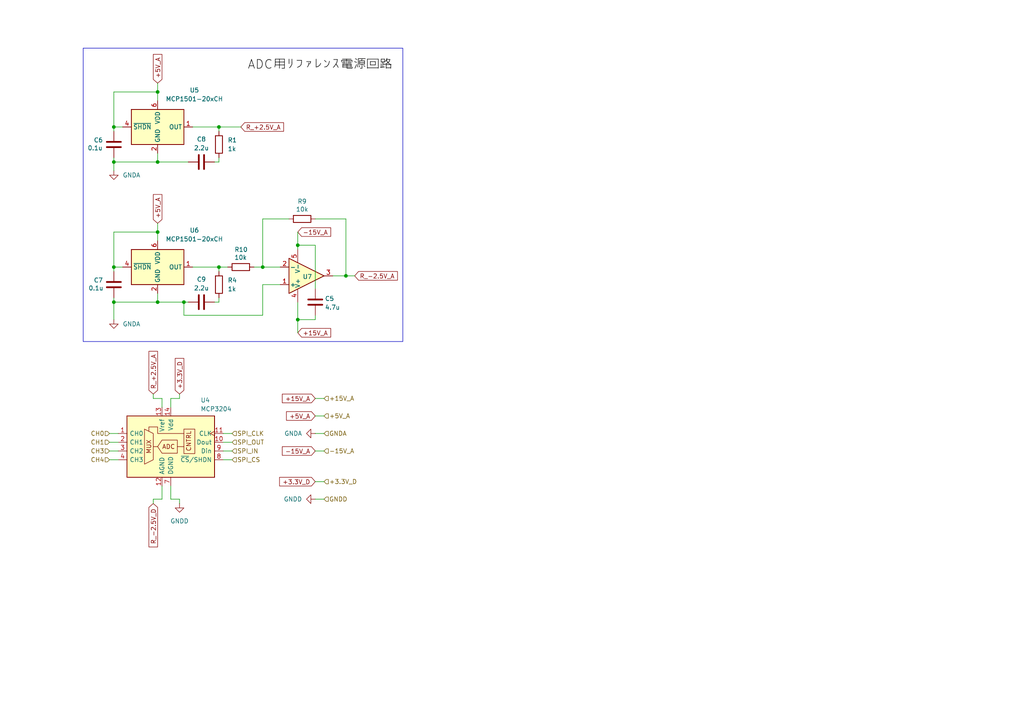
<source format=kicad_sch>
(kicad_sch (version 20231120) (generator "eeschema") (generator_version "8.0")
  (paper "A4")
  (lib_symbols
    (symbol "Analog_ADC:MCP3204" (pin_names (offset 0.762))
      (property "Reference" "U" (at -5.08 10.795 0))
      (property "Value" "MCP3204" (at -5.08 8.89 0))
      (symbol "MCP3204_0_0"
        (text "ADC" (at -0.635 -1.27 0) (effects (font (size 1.27 1.27))))
        (text "CNTRL" (at 5.969 -2.667 900) (effects (font (size 1.27 1.27)) (justify left bottom)))
        (text "MUX" (at -6.35 -1.27 900) (effects (font (size 1.27 1.27))))
      )
      (symbol "MCP3204_0_1"
        (polyline (pts (xy -5.08 -1.27) (xy -3.81 -1.27)))
        (polyline (pts (xy 1.905 -1.27) (xy 3.81 -1.27)))
        (polyline (pts (xy -7.62 3.81) (xy -7.62 -6.35) (xy -5.08 -5.08) (xy -5.08 2.54) (xy -7.62 3.81)))
        (polyline (pts (xy 3.81 2.54) (xy -3.81 2.54) (xy -3.81 4.445) (xy -6.35 4.445) (xy -6.35 3.175)))
        (polyline (pts (xy -3.81 -1.27) (xy -2.54 0.635) (xy 1.905 0.635) (xy 1.905 -3.175) (xy -2.54 -3.175) (xy -3.81 -1.27)))
        (rectangle (start 3.81 -3.302) (end 6.985 3.81))
        (rectangle (start 12.7 7.62) (end -12.7 -10.16) (stroke (width 0.254)) (fill (type background)))
      )
      (symbol "MCP3204_1_1"
        (pin input line (at -15.24 2.54 0) (length 2.54) (name "CH0") (number "1"))
        (pin output line (at 15.24 0 180) (length 2.54) (name "Dout") (number "10"))
        (pin input clock (at 15.24 2.54 180) (length 2.54) (name "CLK") (number "11"))
        (pin power_in line (at -2.54 -12.7 90) (length 2.54) (name "AGND") (number "12"))
        (pin power_in line (at -2.54 10.16 270) (length 2.54) (name "Vref") (number "13"))
        (pin power_in line (at 0 10.16 270) (length 2.54) (name "Vdd") (number "14"))
        (pin input line (at -15.24 0 0) (length 2.54) (name "CH1") (number "2"))
        (pin input line (at -15.24 -2.54 0) (length 2.54) (name "CH2") (number "3"))
        (pin input line (at -15.24 -5.08 0) (length 2.54) (name "CH3") (number "4"))
        (pin no_connect line (at -10.16 -10.16 90) (length 2.54) hide (name "NC") (number "5"))
        (pin no_connect line (at -7.62 -10.16 90) (length 2.54) hide (name "NC") (number "6"))
        (pin power_in line (at 0 -12.7 90) (length 2.54) (name "DGND") (number "7"))
        (pin input line (at 15.24 -5.08 180) (length 2.54) (name "~{CS}/SHDN") (number "8"))
        (pin input line (at 15.24 -2.54 180) (length 2.54) (name "Din") (number "9"))
      )
    )
    (symbol "Device:C" (pin_numbers hide) (pin_names (offset 0.254))
      (property "Reference" "C" (at 0.635 2.54 0))
      (property "Value" "C" (at 0.635 -2.54 0))
      (symbol "C_0_1"
        (polyline (pts (xy -2.032 -0.762) (xy 2.032 -0.762)) (stroke (width 0.508)))
        (polyline (pts (xy -2.032 0.762) (xy 2.032 0.762)) (stroke (width 0.508)))
      )
      (symbol "C_1_1"
        (pin passive line (at 0 3.81 270) (length 2.794) (name "~") (number "1"))
        (pin passive line (at 0 -3.81 90) (length 2.794) (name "~") (number "2"))
      )
    )
    (symbol "Device:R" (pin_numbers hide) (pin_names (offset 0))
      (property "Reference" "R" (at 2.032 0 90))
      (property "Value" "R" (at 0 0 90))
      (symbol "R_0_1"
        (rectangle (start -1.016 -2.54) (end 1.016 2.54) (stroke (width 0.254)))
      )
      (symbol "R_1_1"
        (pin passive line (at 0 3.81 270) (length 1.27) (name "~") (number "1"))
        (pin passive line (at 0 -3.81 90) (length 1.27) (name "~") (number "2"))
      )
    )
    (symbol "Reference_Voltage:MCP1501-20xCH"
      (property "Reference" "U" (at -6.35 6.35 0))
      (property "Value" "MCP1501-20xCH" (at 10.16 6.35 0))
      (symbol "MCP1501-20xCH_0_0"
        (pin power_out line (at 10.16 0 180) (length 2.54) (name "OUT") (number "1"))
        (pin power_in line (at 0 -7.62 90) (length 2.54) (name "GND") (number "2"))
        (pin passive line (at 0 -7.62 90) (length 2.54) hide (name "GND") (number "3"))
        (pin input line (at -10.16 0 0) (length 2.54) (name "~{SHDN}") (number "4"))
        (pin passive line (at 0 -7.62 90) (length 2.54) hide (name "GND") (number "5"))
        (pin power_in line (at 0 7.62 270) (length 2.54) (name "VDD") (number "6"))
      )
      (symbol "MCP1501-20xCH_0_1"
        (rectangle (start -7.62 5.08) (end 7.62 -5.08) (stroke (width 0.254)) (fill (type background)))
      )
    )
    (symbol "Simulation_SPICE:OPAMP" (pin_names (offset 0.254))
      (property "Reference" "U" (at 3.81 3.175 0))
      (property "Value" "${SIM.PARAMS}" (at 3.81 -3.175 0))
      (symbol "OPAMP_0_1"
        (polyline (pts (xy 5.08 0) (xy -5.08 5.08) (xy -5.08 -5.08) (xy 5.08 0)) (stroke (width 0.254)) (fill (type background)))
      )
      (symbol "OPAMP_1_1"
        (pin input line (at -7.62 2.54 0) (length 2.54) (name "+") (number "1"))
        (pin input line (at -7.62 -2.54 0) (length 2.54) (name "-") (number "2"))
        (pin output line (at 7.62 0 180) (length 2.54) (name "~") (number "3"))
        (pin power_in line (at -2.54 7.62 270) (length 3.81) (name "V+") (number "4"))
        (pin power_in line (at -2.54 -7.62 90) (length 3.81) (name "V-") (number "5"))
      )
    )
    (symbol "power:GND" (power) (pin_numbers hide) (pin_names (offset 0) hide)
      (property "Value" "GND" (at 0 -3.81 0))
      (symbol "GND_0_1"
        (polyline (pts (xy 0 0) (xy 0 -1.27) (xy 1.27 -1.27) (xy 0 -2.54) (xy -1.27 -1.27) (xy 0 -1.27)))
      )
      (symbol "GND_1_1"
        (pin power_in line (at 0 0 270) (length 0) (name "~") (number "1"))
      )
    )
    (symbol "power:GNDA" (power) (pin_numbers hide) (pin_names (offset 0) hide)
      (property "Value" "GNDA" (at 0 -3.81 0))
      (symbol "GNDA_0_1"
        (polyline (pts (xy 0 0) (xy 0 -1.27) (xy 1.27 -1.27) (xy 0 -2.54) (xy -1.27 -1.27) (xy 0 -1.27)))
      )
      (symbol "GNDA_1_1"
        (pin power_in line (at 0 0 270) (length 0) (name "~") (number "1"))
      )
    )
  )
  (junction (at 86.36 71.12))
  (junction (at 45.72 26.67))
  (junction (at 33.02 87.63))
  (junction (at 76.2 77.47))
  (junction (at 45.72 87.63))
  (junction (at 63.5 77.47))
  (junction (at 33.02 77.47))
  (junction (at 86.36 92.71))
  (junction (at 100.33 80.01))
  (junction (at 33.02 36.83))
  (junction (at 45.72 67.31))
  (junction (at 63.5 36.83))
  (junction (at 45.72 46.99))
  (junction (at 53.34 87.63))
  (junction (at 33.02 46.99))
  (wire (pts (xy 93.98 130.81) (xy 91.44 130.81)))
  (wire (pts (xy 33.02 67.31) (xy 33.02 77.47)))
  (wire (pts (xy 49.53 140.97) (xy 49.53 144.78)))
  (wire (pts (xy 100.33 63.5) (xy 100.33 80.01)))
  (wire (pts (xy 49.53 115.57) (xy 52.07 115.57)))
  (wire (pts (xy 91.44 91.44) (xy 91.44 92.71)))
  (wire (pts (xy 55.88 77.47) (xy 63.5 77.47)))
  (wire (pts (xy 55.88 36.83) (xy 63.5 36.83)))
  (wire (pts (xy 49.53 144.78) (xy 52.07 144.78)))
  (wire (pts (xy 76.2 63.5) (xy 83.82 63.5)))
  (wire (pts (xy 31.75 128.27) (xy 34.29 128.27)))
  (wire (pts (xy 63.5 46.99) (xy 63.5 45.72)))
  (wire (pts (xy 52.07 144.78) (xy 52.07 146.05)))
  (wire (pts (xy 53.34 87.63) (xy 54.61 87.63)))
  (wire (pts (xy 63.5 36.83) (xy 69.85 36.83)))
  (wire (pts (xy 33.02 77.47) (xy 35.56 77.47)))
  (wire (pts (xy 44.45 144.78) (xy 44.45 146.05)))
  (wire (pts (xy 91.44 71.12) (xy 91.44 83.82)))
  (wire (pts (xy 33.02 87.63) (xy 45.72 87.63)))
  (wire (pts (xy 52.07 114.3) (xy 52.07 115.57)))
  (wire (pts (xy 46.99 140.97) (xy 46.99 144.78)))
  (wire (pts (xy 33.02 87.63) (xy 33.02 92.71)))
  (wire (pts (xy 62.23 46.99) (xy 63.5 46.99)))
  (wire (pts (xy 45.72 24.13) (xy 45.72 26.67)))
  (wire (pts (xy 63.5 78.74) (xy 63.5 77.47)))
  (wire (pts (xy 86.36 71.12) (xy 86.36 72.39)))
  (wire (pts (xy 93.98 115.57) (xy 91.44 115.57)))
  (wire (pts (xy 45.72 87.63) (xy 53.34 87.63)))
  (wire (pts (xy 73.66 77.47) (xy 76.2 77.47)))
  (wire (pts (xy 49.53 118.11) (xy 49.53 115.57)))
  (wire (pts (xy 44.45 115.57) (xy 46.99 115.57)))
  (wire (pts (xy 45.72 26.67) (xy 45.72 29.21)))
  (wire (pts (xy 53.34 91.44) (xy 76.2 91.44)))
  (wire (pts (xy 33.02 86.36) (xy 33.02 87.63)))
  (wire (pts (xy 31.75 130.81) (xy 34.29 130.81)))
  (wire (pts (xy 100.33 80.01) (xy 102.87 80.01)))
  (wire (pts (xy 91.44 63.5) (xy 100.33 63.5)))
  (wire (pts (xy 63.5 77.47) (xy 66.04 77.47)))
  (wire (pts (xy 100.33 80.01) (xy 96.52 80.01)))
  (wire (pts (xy 46.99 144.78) (xy 44.45 144.78)))
  (wire (pts (xy 33.02 46.99) (xy 33.02 49.53)))
  (wire (pts (xy 33.02 26.67) (xy 33.02 36.83)))
  (wire (pts (xy 33.02 36.83) (xy 33.02 38.1)))
  (wire (pts (xy 31.75 133.35) (xy 34.29 133.35)))
  (wire (pts (xy 63.5 38.1) (xy 63.5 36.83)))
  (wire (pts (xy 45.72 67.31) (xy 33.02 67.31)))
  (wire (pts (xy 86.36 71.12) (xy 91.44 71.12)))
  (wire (pts (xy 93.98 125.73) (xy 91.44 125.73)))
  (wire (pts (xy 67.31 130.81) (xy 64.77 130.81)))
  (wire (pts (xy 76.2 82.55) (xy 76.2 91.44)))
  (wire (pts (xy 45.72 64.77) (xy 45.72 67.31)))
  (wire (pts (xy 93.98 120.65) (xy 91.44 120.65)))
  (wire (pts (xy 45.72 85.09) (xy 45.72 87.63)))
  (wire (pts (xy 86.36 92.71) (xy 91.44 92.71)))
  (wire (pts (xy 93.98 144.78) (xy 91.44 144.78)))
  (wire (pts (xy 86.36 67.31) (xy 86.36 71.12)))
  (wire (pts (xy 33.02 46.99) (xy 45.72 46.99)))
  (wire (pts (xy 86.36 92.71) (xy 86.36 87.63)))
  (wire (pts (xy 44.45 114.3) (xy 44.45 115.57)))
  (wire (pts (xy 67.31 125.73) (xy 64.77 125.73)))
  (wire (pts (xy 76.2 77.47) (xy 76.2 63.5)))
  (wire (pts (xy 45.72 46.99) (xy 54.61 46.99)))
  (wire (pts (xy 45.72 67.31) (xy 45.72 69.85)))
  (wire (pts (xy 86.36 96.52) (xy 86.36 92.71)))
  (wire (pts (xy 33.02 45.72) (xy 33.02 46.99)))
  (wire (pts (xy 67.31 133.35) (xy 64.77 133.35)))
  (wire (pts (xy 31.75 125.73) (xy 34.29 125.73)))
  (wire (pts (xy 62.23 87.63) (xy 63.5 87.63)))
  (wire (pts (xy 53.34 87.63) (xy 53.34 91.44)))
  (wire (pts (xy 45.72 26.67) (xy 33.02 26.67)))
  (wire (pts (xy 93.98 139.7) (xy 91.44 139.7)))
  (wire (pts (xy 81.28 77.47) (xy 76.2 77.47)))
  (wire (pts (xy 46.99 115.57) (xy 46.99 118.11)))
  (wire (pts (xy 33.02 36.83) (xy 35.56 36.83)))
  (wire (pts (xy 45.72 44.45) (xy 45.72 46.99)))
  (wire (pts (xy 67.31 128.27) (xy 64.77 128.27)))
  (wire (pts (xy 81.28 82.55) (xy 76.2 82.55)))
  (wire (pts (xy 33.02 77.47) (xy 33.02 78.74)))
  (wire (pts (xy 63.5 87.63) (xy 63.5 86.36)))
  (rectangle (start 24.13 13.97) (end 116.84 99.06))
  (text_box "ADC用リファレンス電源回路" (at 69.85 15.24 0) (size 44.45 6.35) (stroke (width -0.0001)) (effects (font (size 2.54 2.54)) (justify left top)))
  (global_label "-15V_A" (shape input) (at 86.36 67.31 0) (property "Intersheetrefs" "${INTERSHEET_REFS}" (effects (hide yes))))
  (global_label "R_-2.5V_A" (shape input) (at 102.87 80.01 0) (property "Intersheetrefs" "${INTERSHEET_REFS}" (effects (hide yes))))
  (global_label "R_+2.5V_A" (shape input) (at 44.45 114.3 90) (property "Intersheetrefs" "${INTERSHEET_REFS}" (effects (hide yes))))
  (global_label "+5V_A" (shape input) (at 45.72 64.77 90) (property "Intersheetrefs" "${INTERSHEET_REFS}" (effects (hide yes))))
  (global_label "+3.3V_D" (shape input) (at 91.44 139.7 180) (property "Intersheetrefs" "${INTERSHEET_REFS}" (effects (hide yes))))
  (global_label "R_-2.5V_D" (shape input) (at 44.45 146.05 270) (property "Intersheetrefs" "${INTERSHEET_REFS}" (effects (hide yes))))
  (global_label "+15V_A" (shape input) (at 91.44 115.57 180) (property "Intersheetrefs" "${INTERSHEET_REFS}" (effects (hide yes))))
  (global_label "R_+2.5V_A" (shape input) (at 69.85 36.83 0) (property "Intersheetrefs" "${INTERSHEET_REFS}" (effects (hide yes))))
  (global_label "+3.3V_D" (shape input) (at 52.07 114.3 90) (property "Intersheetrefs" "${INTERSHEET_REFS}" (effects (hide yes))))
  (global_label "-15V_A" (shape input) (at 91.44 130.81 180) (property "Intersheetrefs" "${INTERSHEET_REFS}" (effects (hide yes))))
  (global_label "+5V_A" (shape input) (at 91.44 120.65 180) (property "Intersheetrefs" "${INTERSHEET_REFS}" (effects (hide yes))))
  (global_label "+5V_A" (shape input) (at 45.72 24.13 90) (property "Intersheetrefs" "${INTERSHEET_REFS}" (effects (hide yes))))
  (global_label "+15V_A" (shape input) (at 86.36 96.52 0) (property "Intersheetrefs" "${INTERSHEET_REFS}" (effects (hide yes))))
  (hierarchical_label "CH1" (shape input) (at 31.75 128.27 180))
  (hierarchical_label "SPI_IN" (shape input) (at 67.31 130.81 0))
  (hierarchical_label "SPI_CS" (shape input) (at 67.31 133.35 0))
  (hierarchical_label "+5V_A" (shape input) (at 93.98 120.65 0))
  (hierarchical_label "SPI_CLK" (shape input) (at 67.31 125.73 0))
  (hierarchical_label "GNDA" (shape input) (at 93.98 125.73 0))
  (hierarchical_label "SPI_OUT" (shape input) (at 67.31 128.27 0))
  (hierarchical_label "+3.3V_D" (shape input) (at 93.98 139.7 0))
  (hierarchical_label "-15V_A" (shape input) (at 93.98 130.81 0))
  (hierarchical_label "CH0" (shape input) (at 31.75 125.73 180))
  (hierarchical_label "GNDD" (shape input) (at 93.98 144.78 0))
  (hierarchical_label "+15V_A" (shape input) (at 93.98 115.57 0))
  (hierarchical_label "CH3" (shape input) (at 31.75 130.81 180))
  (hierarchical_label "CH4" (shape input) (at 31.75 133.35 180))
  (symbol (lib_id "Device:C") (at 58.42 46.99 90) (unit 1)
    (property "Reference" "C8" (at 58.42 40.386 90))
    (property "Value" "2.2u" (at 58.42 42.926 90))
    (property "Description" "Unpolarized capacitor" (effects (hide yes)))
  )
  (symbol (lib_id "power:GND") (at 91.44 125.73 270) (unit 1)
    (property "Reference" "#PWR04" (effects (hide yes)))
    (property "Value" "GNDA" (at 87.63 125.7299 90) (effects (justify right)))
    (property "Description" "Power symbol creates a global label with name \"GND\" , ground" (effects (hide yes)))
  )
  (symbol (lib_id "Device:C") (at 33.02 82.55 0) (unit 1)
    (property "Reference" "C7" (at 27.178 81.28 0) (effects (justify left)))
    (property "Value" "0.1u" (at 25.654 83.566 0) (effects (justify left)))
    (property "Description" "Unpolarized capacitor" (effects (hide yes)))
    (property "Sim.Device" "C" (effects (hide yes)))
    (property "Sim.Type" "=" (effects (hide yes)))
    (property "Sim.Params" "c=0.1u" (effects (hide yes)))
    (property "Sim.Pins" "1=+ 2=-" (effects (hide yes)))
  )
  (symbol (lib_id "Device:C") (at 58.42 87.63 90) (unit 1)
    (property "Reference" "C9" (at 58.42 81.026 90))
    (property "Value" "2.2u" (at 58.42 83.566 90))
    (property "Description" "Unpolarized capacitor" (effects (hide yes)))
  )
  (symbol (lib_id "Reference_Voltage:MCP1501-20xCH") (at 45.72 36.83 0) (unit 1)
    (property "Reference" "U5" (at 56.388 26.162 0))
    (property "Value" "MCP1501-20xCH" (at 56.388 28.702 0))
    (property "Footprint" "Package_TO_SOT_SMD:SOT-23-6" (effects (hide yes)))
    (property "Datasheet" "http://ww1.microchip.com/downloads/en/DeviceDoc/20005474E.pdf" (effects (hide yes)))
    (property "Description" "2.048V, 0.1%, 20mA, Precision Voltage Reference, SOT-23-6" (effects (hide yes)))
  )
  (symbol (lib_id "Device:R") (at 63.5 82.55 0) (unit 1)
    (property "Reference" "R4" (at 66.04 81.2799 0) (effects (justify left)))
    (property "Value" "1k" (at 66.04 83.8199 0) (effects (justify left)))
    (property "Description" "Resistor" (effects (hide yes)))
  )
  (symbol (lib_id "Device:C") (at 33.02 41.91 0) (unit 1)
    (property "Reference" "C6" (at 27.178 40.64 0) (effects (justify left)))
    (property "Value" "0.1u" (at 25.4 42.926 0) (effects (justify left)))
    (property "Description" "Unpolarized capacitor" (effects (hide yes)))
    (property "Sim.Device" "C" (effects (hide yes)))
    (property "Sim.Type" "=" (effects (hide yes)))
    (property "Sim.Params" "c=0.1u" (effects (hide yes)))
    (property "Sim.Pins" "1=+ 2=-" (effects (hide yes)))
  )
  (symbol (lib_id "power:GND") (at 33.02 92.71 0) (unit 1)
    (property "Reference" "#PWR03" (effects (hide yes)))
    (property "Value" "GNDA" (at 35.56 93.9799 0) (effects (justify left)))
    (property "Description" "Power symbol creates a global label with name \"GND\" , ground" (effects (hide yes)))
  )
  (symbol (lib_id "Device:R") (at 69.85 77.47 270) (unit 1)
    (property "Reference" "R10" (at 71.882 72.39 90) (effects (justify right)))
    (property "Value" "10k" (at 71.628 74.676 90) (effects (justify right)))
    (property "Description" "Resistor" (effects (hide yes)))
    (property "Sim.Device" "R" (effects (hide yes)))
    (property "Sim.Type" "=" (effects (hide yes)))
    (property "Sim.Params" "r=10k" (effects (hide yes)))
    (property "Sim.Pins" "1=+ 2=-" (effects (hide yes)))
  )
  (symbol (lib_id "Simulation_SPICE:OPAMP") (at 88.9 80.01 0) (mirror x) (unit 1)
    (property "Reference" "U7" (at 89.154 80.264 0))
    (property "Value" "${SIM.PARAMS}" (at 99.06 86.36 0))
    (property "Sim.Pins" "1=+IN 2=-IN 3=OUT 4=VCC 5=VEE" (effects (hide yes)))
    (property "Sim.Device" "SUBCKT" (effects (hide yes)))
    (property "Sim.Library" "LM4565_Rev002.lib" (effects (hide yes)))
    (property "Sim.Name" "lm4565_sub" (effects (hide yes)))
  )
  (symbol (lib_id "Device:R") (at 63.5 41.91 0) (unit 1)
    (property "Reference" "R1" (at 66.04 40.6399 0) (effects (justify left)))
    (property "Value" "1k" (at 66.04 43.1799 0) (effects (justify left)))
    (property "Description" "Resistor" (effects (hide yes)))
  )
  (symbol (lib_id "Device:R") (at 87.63 63.5 90) (unit 1)
    (property "Reference" "R9" (at 87.63 58.42 90))
    (property "Value" "10k" (at 87.63 60.706 90))
    (property "Description" "Resistor" (effects (hide yes)))
    (property "Sim.Device" "R" (effects (hide yes)))
    (property "Sim.Type" "=" (effects (hide yes)))
    (property "Sim.Params" "r=10k" (effects (hide yes)))
    (property "Sim.Pins" "1=+ 2=-" (effects (hide yes)))
  )
  (symbol (lib_id "Reference_Voltage:MCP1501-20xCH") (at 45.72 77.47 0) (unit 1)
    (property "Reference" "U6" (at 56.388 66.802 0))
    (property "Value" "MCP1501-20xCH" (at 56.388 69.342 0))
    (property "Footprint" "Package_TO_SOT_SMD:SOT-23-6" (effects (hide yes)))
    (property "Datasheet" "http://ww1.microchip.com/downloads/en/DeviceDoc/20005474E.pdf" (effects (hide yes)))
    (property "Description" "2.048V, 0.1%, 20mA, Precision Voltage Reference, SOT-23-6" (effects (hide yes)))
  )
  (symbol (lib_id "power:GND") (at 33.02 49.53 0) (unit 1)
    (property "Reference" "#PWR01" (effects (hide yes)))
    (property "Value" "GNDA" (at 35.56 50.7999 0) (effects (justify left)))
    (property "Description" "Power symbol creates a global label with name \"GND\" , ground" (effects (hide yes)))
  )
  (symbol (lib_id "power:GNDA") (at 52.07 146.05 0) (unit 1)
    (property "Reference" "#PWR08" (effects (hide yes)))
    (property "Value" "GNDD" (at 52.07 151.13 0))
    (property "Description" "Power symbol creates a global label with name \"GNDA\" , analog ground" (effects (hide yes)))
  )
  (symbol (lib_id "Analog_ADC:MCP3204") (at 49.53 128.27 0) (unit 1)
    (property "Reference" "U4" (at 58.166 116.078 0) (effects (justify left)))
    (property "Value" "MCP3204" (at 58.166 118.618 0) (effects (justify left)))
    (property "Datasheet" "http://ww1.microchip.com/downloads/en/DeviceDoc/21298c.pdf" (effects (hide yes)))
    (property "Description" "A/D Converter, 12-Bit, 4-Channel, SPI Interface, 2.7V-5.5V" (effects (hide yes)))
  )
  (symbol (lib_id "power:GNDA") (at 91.44 144.78 270) (unit 1)
    (property "Reference" "#PWR06" (effects (hide yes)))
    (property "Value" "GNDD" (at 87.63 144.7799 90) (effects (justify right)))
    (property "Description" "Power symbol creates a global label with name \"GNDA\" , analog ground" (effects (hide yes)))
  )
  (symbol (lib_id "Device:C") (at 91.44 87.63 180) (unit 1)
    (property "Reference" "C5" (at 94.234 86.614 0) (effects (justify right)))
    (property "Value" "4.7u" (at 94.234 89.154 0) (effects (justify right)))
    (property "Description" "Unpolarized capacitor" (effects (hide yes)))
    (property "Sim.Device" "C" (effects (hide yes)))
    (property "Sim.Type" "=" (effects (hide yes)))
    (property "Sim.Params" "c=0.1u" (effects (hide yes)))
    (property "Sim.Pins" "1=+ 2=-" (effects (hide yes)))
  )
)
</source>
